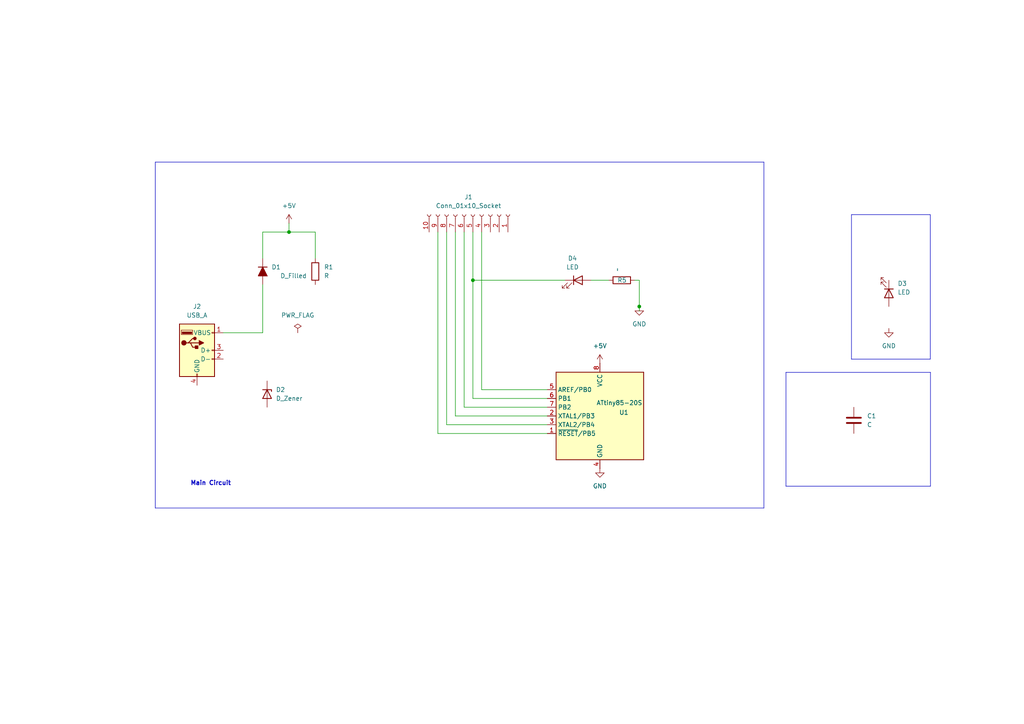
<source format=kicad_sch>
(kicad_sch (version 20231120) (generator "eeschema") (generator_version "8.0")
  (paper "A4")
  (title_block (title "UCCMicroduino - 2418092, Chamaza - 2411741, Silvestrini") (date "2024-03-18") (rev "version Test2024") (company "UCC") (comment 1 "proyecto Base 2024"))
  (lib_symbols
    (symbol "+5V_1" (power) (pin_names (offset 0))
      (property "Value" "+5V_1" (at 0 3.556 0))
      (symbol "+5V_1_0_1"
        (polyline (pts (xy -0.762 1.27) (xy 0 2.54)))
        (polyline (pts (xy 0 0) (xy 0 2.54)))
        (polyline (pts (xy 0 2.54) (xy 0.762 1.27)))
      )
      (symbol "+5V_1_1_1"
        (pin power_in line (at 0 0 90) (length 0) hide (name "+5V") (number "1"))
      )
    )
    (symbol "Connector:Conn_01x10_Socket" (pin_names (offset 1.016) hide)
      (property "Reference" "J" (at 0 12.7 0))
      (property "Value" "Conn_01x10_Socket" (at 0 -15.24 0))
      (symbol "Conn_01x10_Socket_1_1"
        (arc (start 0 -12.192) (mid -0.5058 -12.7) (end 0 -13.208) (stroke (width 0.1524)))
        (arc (start 0 -9.652) (mid -0.5058 -10.16) (end 0 -10.668) (stroke (width 0.1524)))
        (arc (start 0 -7.112) (mid -0.5058 -7.62) (end 0 -8.128) (stroke (width 0.1524)))
        (arc (start 0 -4.572) (mid -0.5058 -5.08) (end 0 -5.588) (stroke (width 0.1524)))
        (arc (start 0 -2.032) (mid -0.5058 -2.54) (end 0 -3.048) (stroke (width 0.1524)))
        (polyline (pts (xy -1.27 -12.7) (xy -0.508 -12.7)) (stroke (width 0.1524)))
        (polyline (pts (xy -1.27 -10.16) (xy -0.508 -10.16)) (stroke (width 0.1524)))
        (polyline (pts (xy -1.27 -7.62) (xy -0.508 -7.62)) (stroke (width 0.1524)))
        (polyline (pts (xy -1.27 -5.08) (xy -0.508 -5.08)) (stroke (width 0.1524)))
        (polyline (pts (xy -1.27 -2.54) (xy -0.508 -2.54)) (stroke (width 0.1524)))
        (polyline (pts (xy -1.27 0) (xy -0.508 0)) (stroke (width 0.1524)))
        (polyline (pts (xy -1.27 2.54) (xy -0.508 2.54)) (stroke (width 0.1524)))
        (polyline (pts (xy -1.27 5.08) (xy -0.508 5.08)) (stroke (width 0.1524)))
        (polyline (pts (xy -1.27 7.62) (xy -0.508 7.62)) (stroke (width 0.1524)))
        (polyline (pts (xy -1.27 10.16) (xy -0.508 10.16)) (stroke (width 0.1524)))
        (arc (start 0 0.508) (mid -0.5058 0) (end 0 -0.508) (stroke (width 0.1524)))
        (arc (start 0 3.048) (mid -0.5058 2.54) (end 0 2.032) (stroke (width 0.1524)))
        (arc (start 0 5.588) (mid -0.5058 5.08) (end 0 4.572) (stroke (width 0.1524)))
        (arc (start 0 8.128) (mid -0.5058 7.62) (end 0 7.112) (stroke (width 0.1524)))
        (arc (start 0 10.668) (mid -0.5058 10.16) (end 0 9.652) (stroke (width 0.1524)))
        (pin passive line (at -5.08 10.16 0) (length 3.81) (name "Pin_1") (number "1"))
        (pin passive line (at -5.08 -12.7 0) (length 3.81) (name "Pin_10") (number "10"))
        (pin passive line (at -5.08 7.62 0) (length 3.81) (name "Pin_2") (number "2"))
        (pin passive line (at -5.08 5.08 0) (length 3.81) (name "Pin_3") (number "3"))
        (pin passive line (at -5.08 2.54 0) (length 3.81) (name "Pin_4") (number "4"))
        (pin passive line (at -5.08 0 0) (length 3.81) (name "Pin_5") (number "5"))
        (pin passive line (at -5.08 -2.54 0) (length 3.81) (name "Pin_6") (number "6"))
        (pin passive line (at -5.08 -5.08 0) (length 3.81) (name "Pin_7") (number "7"))
        (pin passive line (at -5.08 -7.62 0) (length 3.81) (name "Pin_8") (number "8"))
        (pin passive line (at -5.08 -10.16 0) (length 3.81) (name "Pin_9") (number "9"))
      )
    )
    (symbol "Connector:USB_A" (pin_names (offset 1.016))
      (property "Reference" "J2" (at 0 12.7 0))
      (property "Value" "USB_A" (at 0 10.16 0))
      (symbol "USB_A_0_1"
        (rectangle (start -5.08 -7.62) (end 5.08 7.62) (stroke (width 0.254)) (fill (type background)))
        (circle (center -3.81 2.159) (radius 0.635) (stroke (width 0.254)) (fill (type outline)))
        (rectangle (start -1.524 4.826) (end -4.318 5.334) (fill (type outline)))
        (rectangle (start -1.27 4.572) (end -4.572 5.842))
        (circle (center -0.635 3.429) (radius 0.381) (stroke (width 0.254)) (fill (type outline)))
        (rectangle (start -0.127 -7.62) (end 0.127 -6.858))
        (polyline (pts (xy -3.175 2.159) (xy -2.54 2.159) (xy -1.27 3.429) (xy -0.635 3.429)) (stroke (width 0.254)))
        (polyline (pts (xy -2.54 2.159) (xy -1.905 2.159) (xy -1.27 0.889) (xy 0 0.889)) (stroke (width 0.254)))
        (polyline (pts (xy 0.635 2.794) (xy 0.635 1.524) (xy 1.905 2.159) (xy 0.635 2.794)) (stroke (width 0.254)) (fill (type outline)))
        (rectangle (start 0.254 1.27) (end -0.508 0.508) (stroke (width 0.254)) (fill (type outline)))
        (rectangle (start 5.08 -2.667) (end 4.318 -2.413))
        (rectangle (start 5.08 -0.127) (end 4.318 0.127))
        (rectangle (start 5.08 4.953) (end 4.318 5.207))
      )
      (symbol "USB_A_1_1"
        (polyline (pts (xy -1.905 2.159) (xy 0.635 2.159)) (stroke (width 0.254)))
        (pin power_in line (at 7.62 5.08 180) (length 2.54) (name "VBUS") (number "1"))
        (pin bidirectional line (at 7.62 -2.54 180) (length 2.54) (name "D-") (number "2"))
        (pin bidirectional line (at 7.62 0 180) (length 2.54) (name "D+") (number "3"))
        (pin power_in line (at 0 -10.16 90) (length 2.54) (name "GND") (number "4"))
      )
    )
    (symbol "D_Filled_1" (pin_numbers hide) (pin_names (offset 1.016) hide)
      (property "Reference" "D" (at 0 2.54 0))
      (property "Value" "D_Filled" (at 0 -2.54 0))
      (symbol "D_Filled_1_0_1"
        (polyline (pts (xy -1.27 1.27) (xy -1.27 -1.27)) (stroke (width 0.254)))
        (polyline (pts (xy 1.27 0) (xy -1.27 0)))
        (polyline (pts (xy 1.27 1.27) (xy 1.27 -1.27) (xy -1.27 0) (xy 1.27 1.27)) (stroke (width 0.254)) (fill (type outline)))
      )
      (symbol "D_Filled_1_1_1"
        (pin passive line (at -3.81 0 0) (length 2.54) (name "K") (number "1"))
        (pin passive line (at 3.81 0 180) (length 2.54) (name "A") (number "2"))
      )
    )
    (symbol "Device:C" (pin_numbers hide) (pin_names (offset 0.254))
      (property "Reference" "C" (at 0.635 2.54 0))
      (property "Value" "C" (at 0.635 -2.54 0))
      (symbol "C_0_1"
        (polyline (pts (xy -2.032 -0.762) (xy 2.032 -0.762)) (stroke (width 0.508)))
        (polyline (pts (xy -2.032 0.762) (xy 2.032 0.762)) (stroke (width 0.508)))
      )
      (symbol "C_1_1"
        (pin passive line (at 0 3.81 270) (length 2.794) (name "~") (number "1"))
        (pin passive line (at 0 -3.81 90) (length 2.794) (name "~") (number "2"))
      )
    )
    (symbol "Device:D_Zener" (pin_numbers hide) (pin_names (offset 1.016) hide)
      (property "Reference" "D" (at 0 2.54 0))
      (property "Value" "D_Zener" (at 0 -2.54 0))
      (symbol "D_Zener_0_1"
        (polyline (pts (xy 1.27 0) (xy -1.27 0)))
        (polyline (pts (xy -1.27 -1.27) (xy -1.27 1.27) (xy -0.762 1.27)) (stroke (width 0.254)))
        (polyline (pts (xy 1.27 -1.27) (xy 1.27 1.27) (xy -1.27 0) (xy 1.27 -1.27)) (stroke (width 0.254)))
      )
      (symbol "D_Zener_1_1"
        (pin passive line (at -3.81 0 0) (length 2.54) (name "K") (number "1"))
        (pin passive line (at 3.81 0 180) (length 2.54) (name "A") (number "2"))
      )
    )
    (symbol "Device:LED" (pin_numbers hide) (pin_names (offset 1.016) hide)
      (property "Reference" "D" (at 0 2.54 0))
      (property "Value" "LED" (at 0 -2.54 0))
      (symbol "LED_0_1"
        (polyline (pts (xy -1.27 -1.27) (xy -1.27 1.27)) (stroke (width 0.254)))
        (polyline (pts (xy -1.27 0) (xy 1.27 0)))
        (polyline (pts (xy 1.27 -1.27) (xy 1.27 1.27) (xy -1.27 0) (xy 1.27 -1.27)) (stroke (width 0.254)))
        (polyline (pts (xy -3.048 -0.762) (xy -4.572 -2.286) (xy -3.81 -2.286) (xy -4.572 -2.286) (xy -4.572 -1.524)))
        (polyline (pts (xy -1.778 -0.762) (xy -3.302 -2.286) (xy -2.54 -2.286) (xy -3.302 -2.286) (xy -3.302 -1.524)))
      )
      (symbol "LED_1_1"
        (pin passive line (at -3.81 0 0) (length 2.54) (name "K") (number "1"))
        (pin passive line (at 3.81 0 180) (length 2.54) (name "A") (number "2"))
      )
    )
    (symbol "Device:R" (pin_numbers hide) (pin_names (offset 0))
      (property "Reference" "R" (at 2.032 0 90))
      (property "Value" "R" (at 0 0 90))
      (symbol "R_0_1"
        (rectangle (start -1.016 -2.54) (end 1.016 2.54) (stroke (width 0.254)))
      )
      (symbol "R_1_1"
        (pin passive line (at 0 3.81 270) (length 1.27) (name "~") (number "1"))
        (pin passive line (at 0 -3.81 90) (length 1.27) (name "~") (number "2"))
      )
    )
    (symbol "GND_1" (power) (pin_names (offset 0))
      (property "Value" "GND_1" (at 0 -3.81 0))
      (symbol "GND_1_0_1"
        (polyline (pts (xy 0 0) (xy 0 -1.27) (xy 1.27 -1.27) (xy 0 -2.54) (xy -1.27 -1.27) (xy 0 -1.27)))
      )
      (symbol "GND_1_1_1"
        (pin power_in line (at 0 0 270) (length 0) hide (name "GND") (number "1"))
      )
    )
    (symbol "MCU_Microchip_ATtiny:ATtiny85-20S"
      (property "Reference" "U" (at -12.7 13.97 0))
      (property "Value" "ATtiny85-20S" (at 2.54 -13.97 0))
      (symbol "ATtiny85-20S_0_1"
        (rectangle (start -12.7 -12.7) (end 12.7 12.7) (stroke (width 0.254)) (fill (type background)))
      )
      (symbol "ATtiny85-20S_1_1"
        (pin bidirectional line (at 15.24 -5.08 180) (length 2.54) (name "~{RESET}/PB5") (number "1"))
        (pin bidirectional line (at 15.24 0 180) (length 2.54) (name "XTAL1/PB3") (number "2"))
        (pin bidirectional line (at 15.24 -2.54 180) (length 2.54) (name "XTAL2/PB4") (number "3"))
        (pin power_in line (at 0 -15.24 90) (length 2.54) (name "GND") (number "4"))
        (pin bidirectional line (at 15.24 7.62 180) (length 2.54) (name "AREF/PB0") (number "5"))
        (pin bidirectional line (at 15.24 5.08 180) (length 2.54) (name "PB1") (number "6"))
        (pin bidirectional line (at 15.24 2.54 180) (length 2.54) (name "PB2") (number "7"))
        (pin power_in line (at 0 15.24 270) (length 2.54) (name "VCC") (number "8"))
      )
    )
    (symbol "PWR_FLAG_1" (power) (pin_numbers hide) (pin_names (offset 0) hide)
      (property "Value" "PWR_FLAG_1" (at 0 3.81 0))
      (symbol "PWR_FLAG_1_0_0"
        (pin power_out line (at 0 0 90) (length 0) (name "pwr") (number "1"))
      )
      (symbol "PWR_FLAG_1_0_1"
        (polyline (pts (xy 0 0) (xy 0 1.27) (xy -1.016 1.905) (xy 0 2.54) (xy 1.016 1.905) (xy 0 1.27)))
      )
    )
    (symbol "power:+5V" (power) (pin_numbers hide) (pin_names (offset 0) hide)
      (property "Value" "+5V" (at 0 3.556 0))
      (symbol "+5V_0_1"
        (polyline (pts (xy -0.762 1.27) (xy 0 2.54)))
        (polyline (pts (xy 0 0) (xy 0 2.54)))
        (polyline (pts (xy 0 2.54) (xy 0.762 1.27)))
      )
      (symbol "+5V_1_1"
        (pin power_in line (at 0 0 90) (length 0) (name "~") (number "1"))
      )
    )
    (symbol "power:GND" (power) (pin_numbers hide) (pin_names (offset 0) hide)
      (property "Value" "GND" (at 0 -3.81 0))
      (symbol "GND_0_1"
        (polyline (pts (xy 0 0) (xy 0 -1.27) (xy 1.27 -1.27) (xy 0 -2.54) (xy -1.27 -1.27) (xy 0 -1.27)))
      )
      (symbol "GND_1_1"
        (pin power_in line (at 0 0 270) (length 0) (name "~") (number "1"))
      )
    )
  )
  (junction (at 137.16 81.28))
  (junction (at 83.82 67.31))
  (junction (at 185.42 88.9))
  (wire (pts (xy 132.08 67.31) (xy 132.08 120.65)))
  (polyline (pts (xy 45.0342 147.3454) (xy 45.0342 47.0154)))
  (wire (pts (xy 139.7 67.31) (xy 139.7 113.03)))
  (wire (pts (xy 76.2 96.52) (xy 64.77 96.52)))
  (wire (pts (xy 137.16 115.57) (xy 158.75 115.57)))
  (polyline (pts (xy 221.5642 47.0154) (xy 221.5642 147.3454)))
  (wire (pts (xy 129.54 123.19) (xy 158.75 123.19)))
  (wire (pts (xy 127 67.31) (xy 127 125.73)))
  (wire (pts (xy 132.08 120.65) (xy 158.75 120.65)))
  (wire (pts (xy 139.7 113.03) (xy 158.75 113.03)))
  (wire (pts (xy 137.16 81.28) (xy 137.16 115.57)))
  (wire (pts (xy 83.82 64.77) (xy 83.82 67.31)))
  (wire (pts (xy 134.62 118.11) (xy 158.75 118.11)))
  (wire (pts (xy 185.42 81.28) (xy 185.42 88.9)))
  (wire (pts (xy 76.2 67.31) (xy 76.2 74.93)))
  (wire (pts (xy 76.2 82.55) (xy 76.2 96.52)))
  (polyline (pts (xy 269.8242 62.2554) (xy 269.8242 104.1654)))
  (polyline (pts (xy 227.965 108.0008) (xy 269.875 108.0008)))
  (wire (pts (xy 91.44 74.93) (xy 91.44 67.31)))
  (polyline (pts (xy 269.8242 104.1654) (xy 246.9642 104.1654)))
  (wire (pts (xy 129.54 67.31) (xy 129.54 123.19)))
  (polyline (pts (xy 227.965 141.0208) (xy 227.965 108.0008)))
  (polyline (pts (xy 221.5642 147.3454) (xy 45.0342 147.3454)))
  (wire (pts (xy 137.16 67.31) (xy 137.16 81.28)))
  (wire (pts (xy 91.44 67.31) (xy 83.82 67.31)))
  (wire (pts (xy 83.82 67.31) (xy 76.2 67.31)))
  (wire (pts (xy 134.62 67.31) (xy 134.62 118.11)))
  (polyline (pts (xy 246.9642 104.1654) (xy 246.9642 62.2554)))
  (wire (pts (xy 171.45 81.28) (xy 176.53 81.28)))
  (wire (pts (xy 127 125.73) (xy 158.75 125.73)))
  (polyline (pts (xy 246.9642 62.2554) (xy 269.8242 62.2554)))
  (wire (pts (xy 184.15 81.28) (xy 185.42 81.28)))
  (wire (pts (xy 185.42 88.9) (xy 185.42 90.17)))
  (polyline (pts (xy 269.875 108.0008) (xy 269.875 141.0208)))
  (polyline (pts (xy 45.0342 47.0154) (xy 221.5642 47.0154)))
  (polyline (pts (xy 269.875 141.0208) (xy 227.965 141.0208)))
  (wire (pts (xy 163.83 81.28) (xy 137.16 81.28)))
  (text "Main Circuit" (at 55.1942 140.9954 0) (effects (font (size 1.27 1.27) (thickness 0.254) (bold yes)) (justify left bottom)))
  (symbol (lib_id "Device:LED") (at 167.64 81.28 0) (unit 1)
    (property "Reference" "D4" (at 166.0525 74.93 0))
    (property "Value" "LED" (at 166.0525 77.47 0))
    (property "Description" "Light emitting diode" (effects (hide yes)))
  )
  (symbol (lib_id "Device:LED") (at 257.81 85.09 270) (unit 1)
    (property "Reference" "D3" (at 260.35 82.2325 90) (effects (justify left)))
    (property "Value" "LED" (at 260.35 84.7725 90) (effects (justify left)))
    (property "Footprint" "ledSmd:ledSMD" (effects (hide yes)))
  )
  (symbol (lib_id "Device:R") (at 91.44 78.74 0) (unit 1)
    (property "Reference" "R1" (at 93.98 77.47 0) (effects (justify left)))
    (property "Value" "R" (at 93.98 80.01 0) (effects (justify left)))
    (property "Footprint" "Resistor_SMD:R_0805_2012Metric_Pad1.20x1.40mm_HandSolder" (effects (hide yes)))
  )
  (symbol (lib_id "Device:D_Zener") (at 77.47 114.3 270) (unit 1)
    (property "Reference" "D2" (at 80.01 113.03 90) (effects (justify left)))
    (property "Value" "D_Zener" (at 80.01 115.57 90) (effects (justify left)))
    (property "Footprint" "Diode_SMD:D_SOD-123" (effects (hide yes)))
  )
  (symbol (lib_id "MCU_Microchip_ATtiny:ATtiny85-20S") (at 173.99 120.65 0) (mirror y) (unit 1)
    (property "Reference" "U1" (at 179.578 119.634 0) (effects (justify right)))
    (property "Value" "ATtiny85-20S" (at 172.974 116.84 0) (effects (justify right)))
    (property "Footprint" "Package_SO:SOIC-8W_5.3x5.3mm_P1.27mm" (effects (hide yes)))
    (property "Datasheet" "http://ww1.microchip.com/downloads/en/DeviceDoc/atmel-2586-avr-8-bit-microcontroller-attiny25-attiny45-attiny85_datasheet.pdf" (effects (hide yes)))
  )
  (symbol (lib_id "power:+5V") (at 173.99 105.41 0) (unit 1)
    (property "Reference" "#PWR04" (effects (hide yes)))
    (property "Value" "+5V" (at 173.99 100.33 0))
    (property "Description" "Power symbol creates a global label with name \"+5V\"" (effects (hide yes)))
  )
  (symbol (lib_id "Connector:Conn_01x10_Socket") (at 137.16 62.23 270) (mirror x) (unit 1)
    (property "Reference" "J1" (at 135.89 57.15 90))
    (property "Value" "Conn_01x10_Socket" (at 135.89 59.69 90))
    (property "Footprint" "Connector_PinHeader_2.54mm:PinHeader_1x10_P2.54mm_Vertical" (effects (hide yes)))
  )
  (symbol (lib_name "PWR_FLAG_1") (lib_id "power:PWR_FLAG") (at 86.36 96.52 0) (unit 1)
    (property "Reference" "#FLG01" (effects (hide yes)))
    (property "Value" "PWR_FLAG" (at 86.36 91.44 0))
  )
  (symbol (lib_id "Connector:USB_A") (at 57.15 101.6 0) (unit 1)
    (property "Reference" "J2" (at 57.15 88.9 0))
    (property "Value" "USB_A" (at 57.15 91.44 0))
    (property "Footprint" "embeddedPcbUsb:USB_A_UCC" (effects (hide yes)))
    (property "Datasheet" " ~" (effects (hide yes)))
  )
  (symbol (lib_name "GND_1") (lib_id "power:GND") (at 257.81 95.25 0) (unit 1)
    (property "Reference" "#PWR02" (effects (hide yes)))
    (property "Value" "GND" (at 257.81 100.33 0))
  )
  (symbol (lib_id "Device:R") (at 180.34 81.28 270) (mirror x) (unit 1)
    (property "Reference" "R5" (at 179.07 81.28 90) (effects (justify left)))
    (property "Value" "~" (at 179.0701 78.74 0) (effects (justify left)))
    (property "Description" "Resistor" (effects (hide yes)))
  )
  (symbol (lib_id "power:GND") (at 173.99 135.89 0) (unit 1)
    (property "Reference" "#PWR03" (effects (hide yes)))
    (property "Value" "GND" (at 173.99 140.97 0))
    (property "Description" "Power symbol creates a global label with name \"GND\" , ground" (effects (hide yes)))
  )
  (symbol (lib_name "+5V_1") (lib_id "power:+5V") (at 83.82 64.77 0) (unit 1)
    (property "Reference" "#PWR01" (effects (hide yes)))
    (property "Value" "+5V" (at 83.82 59.69 0))
  )
  (symbol (lib_id "power:GND") (at 185.42 88.9 0) (unit 1)
    (property "Reference" "#PWR05" (effects (hide yes)))
    (property "Value" "GND" (at 185.42 93.98 0))
    (property "Description" "Power symbol creates a global label with name \"GND\" , ground" (effects (hide yes)))
  )
  (symbol (lib_id "Device:C") (at 247.65 121.92 0) (unit 1)
    (property "Reference" "C1" (at 251.46 120.65 0) (effects (justify left)))
    (property "Value" "C" (at 251.46 123.19 0) (effects (justify left)))
    (property "Footprint" "Capacitor_SMD:C_0805_2012Metric_Pad1.18x1.45mm_HandSolder" (effects (hide yes)))
  )
  (symbol (lib_name "D_Filled_1") (lib_id "Device:D_Filled") (at 76.2 78.74 270) (unit 1)
    (property "Reference" "D1" (at 78.74 77.47 90) (effects (justify left)))
    (property "Value" "D_Filled" (at 81.28 80.01 90) (effects (justify left)))
    (property "Footprint" "Diode_SMD:D_MiniMELF" (effects (hide yes)))
    (property "Sim.Device" "D" (effects (hide yes)))
    (property "Sim.Pins" "1=K 2=A" (effects (hide yes)))
  )
)
</source>
